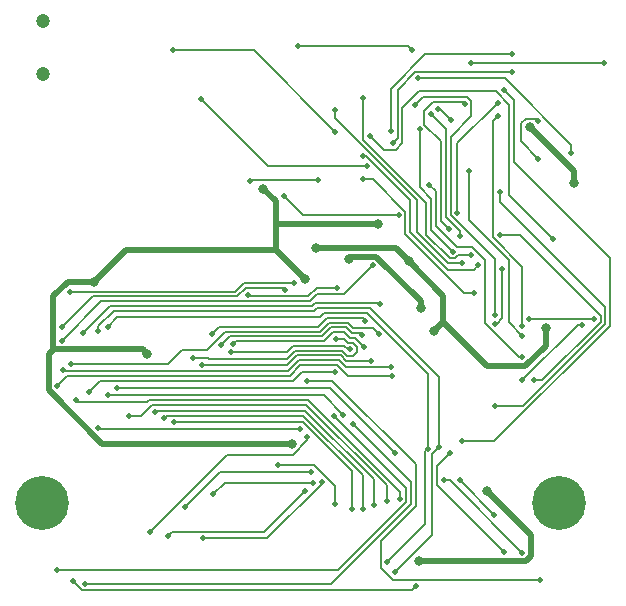
<source format=gbr>
%TF.GenerationSoftware,KiCad,Pcbnew,(6.0.2)*%
%TF.CreationDate,2022-09-24T00:31:47-05:00*%
%TF.ProjectId,REF1790,52454631-3739-4302-9e6b-696361645f70,rev?*%
%TF.SameCoordinates,Original*%
%TF.FileFunction,Copper,L2,Bot*%
%TF.FilePolarity,Positive*%
%FSLAX46Y46*%
G04 Gerber Fmt 4.6, Leading zero omitted, Abs format (unit mm)*
G04 Created by KiCad (PCBNEW (6.0.2)) date 2022-09-24 00:31:47*
%MOMM*%
%LPD*%
G01*
G04 APERTURE LIST*
%TA.AperFunction,ComponentPad*%
%ADD10C,1.200000*%
%TD*%
%TA.AperFunction,ComponentPad*%
%ADD11C,4.560000*%
%TD*%
%TA.AperFunction,ViaPad*%
%ADD12C,0.500000*%
%TD*%
%TA.AperFunction,ViaPad*%
%ADD13C,0.800000*%
%TD*%
%TA.AperFunction,Conductor*%
%ADD14C,0.200000*%
%TD*%
%TA.AperFunction,Conductor*%
%ADD15C,0.500000*%
%TD*%
G04 APERTURE END LIST*
D10*
%TO.P,USB1,10*%
%TO.N,N/C*%
X131855000Y-72883000D03*
%TO.P,USB1,11*%
X131855000Y-68476000D03*
%TD*%
D11*
%TO.P,Hole1,1*%
%TO.N,N/C*%
X175545000Y-109211000D03*
%TD*%
%TO.P,Hole,1*%
%TO.N,N/C*%
X131795000Y-109211000D03*
%TD*%
D12*
%TO.N,/A21*%
X167181800Y-107331200D03*
X170109400Y-110258800D03*
%TO.N,/A22*%
X166360000Y-104998100D03*
X170954000Y-113384600D03*
%TO.N,/A23*%
X165860000Y-107340600D03*
X172473000Y-113466100D03*
%TO.N,/CS.SRAM*%
X154254200Y-98885200D03*
X173962000Y-115746300D03*
%TO.N,/Write*%
X156567100Y-101898500D03*
X133112600Y-114959500D03*
%TO.N,/Read*%
X158116600Y-102577400D03*
X135464800Y-116094600D03*
%TO.N,/A17*%
X134410800Y-115824600D03*
X163462000Y-116296600D03*
%TO.N,/A16*%
X162092400Y-108907200D03*
X134723400Y-100562400D03*
%TO.N,/SRAM.A15*%
X152378100Y-91198700D03*
X133528600Y-94325300D03*
%TO.N,/SRAM.OE*%
X153115900Y-90648600D03*
X134173000Y-91348800D03*
%TO.N,/AD15*%
X165419700Y-104507800D03*
X161664400Y-115130000D03*
X136573000Y-94693300D03*
%TO.N,/AD14*%
X164485900Y-104647800D03*
X161038900Y-114214600D03*
X137373000Y-94309000D03*
%TO.N,/AD13*%
X161723800Y-105006500D03*
X138173000Y-99485300D03*
%TO.N,/AD12*%
X160992100Y-109064400D03*
X139143700Y-101881200D03*
%TO.N,/AD11*%
X159897200Y-109394200D03*
X141414200Y-101500800D03*
%TO.N,/AD10*%
X158987700Y-109737900D03*
X142173000Y-102007500D03*
%TO.N,/AD9*%
X158058500Y-109727800D03*
X142973000Y-102405400D03*
%TO.N,/AD8*%
X151795800Y-106050500D03*
X156645300Y-109327700D03*
%TO.N,/SRAM.A10*%
X156751300Y-91024200D03*
X149279000Y-91598800D03*
%TO.N,/SRAM.A9*%
X147994700Y-95786600D03*
X159059100Y-96004400D03*
%TO.N,/SRAM.A8*%
X157902600Y-96208700D03*
X147773000Y-96486900D03*
%TO.N,/SRAM.A7*%
X158938500Y-94996200D03*
X146973000Y-95860800D03*
%TO.N,/SRAM.A6*%
X159179500Y-93796800D03*
X146173000Y-94974500D03*
%TO.N,/SRAM.A5*%
X159695100Y-97187500D03*
X145373000Y-97557100D03*
%TO.N,/SRAM.WE*%
X156664200Y-95325300D03*
X144573000Y-97007000D03*
%TO.N,/AD6*%
X146314500Y-108521000D03*
X154726400Y-107556400D03*
%TO.N,/AD5*%
X155491200Y-107503100D03*
X145473000Y-112243100D03*
%TO.N,/AD4*%
X154601000Y-106600700D03*
X143954000Y-109554600D03*
%TO.N,/AD3*%
X154046100Y-108236700D03*
X142455000Y-112058800D03*
%TO.N,/AD2*%
X154254600Y-103675800D03*
X140961000Y-111705500D03*
%TO.N,/AD1*%
X157322600Y-101775400D03*
X137373000Y-100137700D03*
%TO.N,/AD0*%
X136573000Y-102895300D03*
X153677200Y-102968400D03*
%TO.N,/CS.ROM*%
X156574000Y-98154700D03*
X135802900Y-99810700D03*
%TO.N,/SRAM.A4*%
X160415100Y-92374600D03*
X135252700Y-94830700D03*
%TO.N,/SRAM.A3*%
X160301600Y-94919800D03*
X134300200Y-97457700D03*
%TO.N,/SRAM.A2*%
X161360000Y-97752700D03*
X133604300Y-97996400D03*
%TO.N,/SRAM.A1*%
X159860000Y-89126000D03*
X133478900Y-95499700D03*
%TO.N,/SRAM.A0*%
X161424900Y-98471500D03*
X133102200Y-99322100D03*
%TO.N,/P0.20*%
X166573000Y-87978300D03*
X163783800Y-77602600D03*
%TO.N,/P0.19*%
X167216300Y-86631900D03*
X164756600Y-76318900D03*
%TO.N,/P0.18*%
X166455100Y-76806100D03*
X165364400Y-75896600D03*
%TO.N,/P1.20*%
X168164900Y-71952100D03*
X179392600Y-71952100D03*
X178556800Y-93630700D03*
X173046100Y-93630700D03*
%TO.N,/P0.17*%
X167360000Y-104030000D03*
X170922300Y-74265800D03*
%TO.N,/P0.16*%
X166236700Y-86055500D03*
X167608700Y-75452400D03*
%TO.N,/P0.15*%
X170404200Y-75382100D03*
X166978600Y-84675500D03*
%TO.N,/P1.21*%
X170393800Y-76470100D03*
X172474500Y-94254000D03*
%TO.N,/P1.22*%
X172467700Y-95065500D03*
X167958000Y-81163500D03*
%TO.N,/P1.23*%
X170157400Y-94057600D03*
X170792500Y-89403400D03*
%TO.N,/P0.9*%
X170141300Y-101075400D03*
X170576000Y-82913300D03*
%TO.N,/P0.8*%
X173436300Y-98824300D03*
X170554100Y-86537500D03*
%TO.N,/P0.4*%
X172464900Y-96907400D03*
X164605200Y-82300500D03*
%TO.N,/P0.1*%
X171640800Y-71272000D03*
X161359200Y-77740500D03*
%TO.N,/P0.0*%
X161487100Y-78783600D03*
X171614900Y-72739800D03*
%TO.N,/P1.16*%
X168360000Y-91434400D03*
X159016700Y-81811200D03*
%TO.N,/P1.17*%
X168727200Y-89112600D03*
X159025400Y-79857100D03*
%TO.N,/P1.18*%
X175075700Y-86894300D03*
X159576200Y-78134900D03*
%TO.N,/P1.19*%
X170142300Y-93306900D03*
X163380500Y-75538400D03*
%TO.N,/P0.22*%
X168123500Y-88268500D03*
X159023900Y-74953800D03*
%TO.N,/P0.21*%
X167376100Y-88928500D03*
X156616100Y-75997000D03*
%TO.N,/2142.Reset*%
X163671300Y-73302300D03*
X176601500Y-79583500D03*
X172469700Y-98864000D03*
X177564200Y-94186000D03*
%TO.N,/P0.14*%
X173793300Y-76892500D03*
X173843100Y-80091300D03*
%TO.N,/P1.26*%
X162008200Y-84841000D03*
X152332000Y-83282300D03*
%TO.N,/P0.31*%
X155136000Y-81891500D03*
X149398000Y-82022200D03*
%TO.N,/P0.23*%
X163150600Y-70916100D03*
X153482000Y-70544700D03*
D13*
%TO.N,/VCC.Internal*%
X155010500Y-87694700D03*
X162860000Y-88785400D03*
X174455000Y-94443600D03*
X164989100Y-94710700D03*
%TO.N,/VCC*%
X163735000Y-114180000D03*
X169460200Y-108203300D03*
X157807800Y-88601900D03*
X163889000Y-92696800D03*
D12*
%TO.N,/2142.D+*%
X159312500Y-80709900D03*
X145242000Y-75002500D03*
%TO.N,/2142.D-*%
X156631400Y-77810100D03*
X142874200Y-70925900D03*
D13*
%TO.N,/GND*%
X176864000Y-82142400D03*
X173093200Y-77394900D03*
X154109500Y-90298500D03*
X140702100Y-96601500D03*
X152941700Y-104235000D03*
X136188900Y-90532800D03*
X150548000Y-82645500D03*
X160263000Y-85648800D03*
%TD*%
D14*
%TO.N,/A21*%
X170109400Y-110258800D02*
X167181800Y-107331200D01*
%TO.N,/A22*%
X165260000Y-106098100D02*
X166360000Y-104998100D01*
X165260000Y-107690600D02*
X165260000Y-106098100D01*
X170954000Y-113384600D02*
X165260000Y-107690600D01*
%TO.N,/A23*%
X166347500Y-107340600D02*
X172473000Y-113466100D01*
X165860000Y-107340600D02*
X166347500Y-107340600D01*
%TO.N,/CS.SRAM*%
X156380700Y-98885200D02*
X154254200Y-98885200D01*
X163474800Y-105979300D02*
X156380700Y-98885200D01*
X163474800Y-109496700D02*
X163474800Y-105979300D01*
X160482300Y-112489200D02*
X163474800Y-109496700D01*
X160482300Y-114736000D02*
X160482300Y-112489200D01*
X161492600Y-115746300D02*
X160482300Y-114736000D01*
X173962000Y-115746300D02*
X161492600Y-115746300D01*
%TO.N,/Write*%
X156831400Y-114959500D02*
X133112600Y-114959500D01*
X162642500Y-109148400D02*
X156831400Y-114959500D01*
X162642500Y-107973900D02*
X162642500Y-109148400D01*
X156567100Y-101898500D02*
X162642500Y-107973900D01*
%TO.N,/Read*%
X156311000Y-116094600D02*
X135464800Y-116094600D01*
X163042600Y-109363000D02*
X156311000Y-116094600D01*
X163042600Y-107503400D02*
X163042600Y-109363000D01*
X158116600Y-102577400D02*
X163042600Y-107503400D01*
%TO.N,/A17*%
X163113900Y-116644700D02*
X163462000Y-116296600D01*
X135230900Y-116644700D02*
X163113900Y-116644700D01*
X134410800Y-115824600D02*
X135230900Y-116644700D01*
%TO.N,/A16*%
X134848800Y-100687800D02*
X134723400Y-100562400D01*
X140707100Y-100687800D02*
X134848800Y-100687800D01*
X140857100Y-100537800D02*
X140707100Y-100687800D01*
X154332500Y-100537800D02*
X140857100Y-100537800D01*
X162092400Y-108297700D02*
X154332500Y-100537800D01*
X162092400Y-108907200D02*
X162092400Y-108297700D01*
%TO.N,/SRAM.A15*%
X136105000Y-91748900D02*
X133528600Y-94325300D01*
X148351100Y-91748900D02*
X136105000Y-91748900D01*
X149051300Y-91048700D02*
X148351100Y-91748900D01*
X152228100Y-91048700D02*
X149051300Y-91048700D01*
X152378100Y-91198700D02*
X152228100Y-91048700D01*
%TO.N,/SRAM.OE*%
X148185400Y-91348800D02*
X134173000Y-91348800D01*
X148885600Y-90648600D02*
X148185400Y-91348800D01*
X153115900Y-90648600D02*
X148885600Y-90648600D01*
%TO.N,/AD15*%
X136573100Y-94693300D02*
X136573000Y-94693300D01*
X136573100Y-94293000D02*
X136573100Y-94693300D01*
X137916900Y-92949200D02*
X136573100Y-94293000D01*
X154867600Y-92949200D02*
X137916900Y-92949200D01*
X155083100Y-92733700D02*
X154867600Y-92949200D01*
X159597700Y-92733700D02*
X155083100Y-92733700D01*
X165419700Y-98555700D02*
X159597700Y-92733700D01*
X165419700Y-104507800D02*
X165419700Y-98555700D01*
X164859900Y-111934500D02*
X161664400Y-115130000D01*
X164859900Y-105067600D02*
X164859900Y-111934500D01*
X165419700Y-104507800D02*
X164859900Y-105067600D01*
%TO.N,/AD14*%
X164485900Y-98286200D02*
X164485900Y-104647800D01*
X159364500Y-93164800D02*
X164485900Y-98286200D01*
X155700900Y-93164800D02*
X159364500Y-93164800D01*
X155350600Y-93515100D02*
X155700900Y-93164800D01*
X138166900Y-93515100D02*
X155350600Y-93515100D01*
X137373000Y-94309000D02*
X138166900Y-93515100D01*
X164259900Y-110993600D02*
X161038900Y-114214600D01*
X164259900Y-104873800D02*
X164259900Y-110993600D01*
X164485900Y-104647800D02*
X164259900Y-104873800D01*
%TO.N,/AD13*%
X156202600Y-99485300D02*
X161723800Y-105006500D01*
X138173000Y-99485300D02*
X156202600Y-99485300D01*
%TO.N,/AD12*%
X160992100Y-107763200D02*
X160992100Y-109064400D01*
X154166800Y-100937900D02*
X160992100Y-107763200D01*
X141123000Y-100937900D02*
X154166800Y-100937900D01*
X140179700Y-101881200D02*
X141123000Y-100937900D01*
X139143700Y-101881200D02*
X140179700Y-101881200D01*
%TO.N,/AD11*%
X159897200Y-107234100D02*
X159897200Y-109394200D01*
X154101200Y-101438100D02*
X159897200Y-107234100D01*
X141476900Y-101438100D02*
X154101200Y-101438100D01*
X141414200Y-101500800D02*
X141476900Y-101438100D01*
%TO.N,/AD10*%
X158987700Y-106890500D02*
X158987700Y-109737900D01*
X153935400Y-101838200D02*
X158987700Y-106890500D01*
X142342300Y-101838200D02*
X153935400Y-101838200D01*
X142173000Y-102007500D02*
X142342300Y-101838200D01*
%TO.N,/AD9*%
X158058500Y-106527100D02*
X158058500Y-109727800D01*
X153936800Y-102405400D02*
X158058500Y-106527100D01*
X142973000Y-102405400D02*
X153936800Y-102405400D01*
%TO.N,/AD8*%
X154854300Y-106050500D02*
X151795800Y-106050500D01*
X156645300Y-107841500D02*
X154854300Y-106050500D01*
X156645300Y-109327700D02*
X156645300Y-107841500D01*
%TO.N,/SRAM.A10*%
X149429100Y-91748900D02*
X149279000Y-91598800D01*
X154370500Y-91748900D02*
X149429100Y-91748900D01*
X155095200Y-91024200D02*
X154370500Y-91748900D01*
X156751300Y-91024200D02*
X155095200Y-91024200D01*
%TO.N,/SRAM.A9*%
X158291100Y-95236400D02*
X159059100Y-96004400D01*
X157847000Y-95236400D02*
X158291100Y-95236400D01*
X157385800Y-94775200D02*
X157847000Y-95236400D01*
X156436400Y-94775200D02*
X157385800Y-94775200D01*
X155675000Y-95536600D02*
X156436400Y-94775200D01*
X148244700Y-95536600D02*
X155675000Y-95536600D01*
X147994700Y-95786600D02*
X148244700Y-95536600D01*
%TO.N,/SRAM.A8*%
X152526500Y-96486900D02*
X147773000Y-96486900D01*
X153076700Y-95936700D02*
X152526500Y-96486900D01*
X157415700Y-95936700D02*
X153076700Y-95936700D01*
X157687700Y-96208700D02*
X157415700Y-95936700D01*
X157902600Y-96208700D02*
X157687700Y-96208700D01*
%TO.N,/SRAM.A7*%
X147697300Y-95136500D02*
X146973000Y-95860800D01*
X155509400Y-95136500D02*
X147697300Y-95136500D01*
X156270800Y-94375100D02*
X155509400Y-95136500D01*
X157551500Y-94375100D02*
X156270800Y-94375100D01*
X158012700Y-94836300D02*
X157551500Y-94375100D01*
X158778600Y-94836300D02*
X158012700Y-94836300D01*
X158938500Y-94996200D02*
X158778600Y-94836300D01*
%TO.N,/SRAM.A6*%
X146832100Y-94315400D02*
X146173000Y-94974500D01*
X155198800Y-94315400D02*
X146832100Y-94315400D01*
X155939300Y-93574900D02*
X155198800Y-94315400D01*
X158957600Y-93574900D02*
X155939300Y-93574900D01*
X159179500Y-93796800D02*
X158957600Y-93574900D01*
%TO.N,/SRAM.A5*%
X157534900Y-97187500D02*
X159695100Y-97187500D01*
X157084300Y-96736900D02*
X157534900Y-97187500D01*
X153408100Y-96736900D02*
X157084300Y-96736900D01*
X152587900Y-97557100D02*
X153408100Y-96736900D01*
X145373000Y-97557100D02*
X152587900Y-97557100D01*
%TO.N,/SRAM.WE*%
X145911500Y-97007000D02*
X144573000Y-97007000D01*
X145966900Y-97062400D02*
X145911500Y-97007000D01*
X152516800Y-97062400D02*
X145966900Y-97062400D01*
X153242400Y-96336800D02*
X152516800Y-97062400D01*
X157250000Y-96336800D02*
X153242400Y-96336800D01*
X157672100Y-96758900D02*
X157250000Y-96336800D01*
X158169800Y-96758900D02*
X157672100Y-96758900D01*
X158506600Y-96422100D02*
X158169800Y-96758900D01*
X158506600Y-96017900D02*
X158506600Y-96422100D01*
X158147300Y-95658600D02*
X158506600Y-96017900D01*
X157703400Y-95658600D02*
X158147300Y-95658600D01*
X157370100Y-95325300D02*
X157703400Y-95658600D01*
X156664200Y-95325300D02*
X157370100Y-95325300D01*
%TO.N,/AD6*%
X147279100Y-107556400D02*
X154726400Y-107556400D01*
X146314500Y-108521000D02*
X147279100Y-107556400D01*
%TO.N,/AD5*%
X155491200Y-107605500D02*
X155491200Y-107503100D01*
X150853600Y-112243100D02*
X155491200Y-107605500D01*
X145473000Y-112243100D02*
X150853600Y-112243100D01*
%TO.N,/AD4*%
X146907900Y-106600700D02*
X154601000Y-106600700D01*
X143954000Y-109554600D02*
X146907900Y-106600700D01*
%TO.N,/AD3*%
X150603300Y-111679500D02*
X154046100Y-108236700D01*
X142834300Y-111679500D02*
X150603300Y-111679500D01*
X142455000Y-112058800D02*
X142834300Y-111679500D01*
%TO.N,/AD2*%
X154254600Y-103943700D02*
X154254600Y-103675800D01*
X153037100Y-105161200D02*
X154254600Y-103943700D01*
X147505300Y-105161200D02*
X153037100Y-105161200D01*
X140961000Y-111705500D02*
X147505300Y-105161200D01*
%TO.N,/AD1*%
X155684900Y-100137700D02*
X157322600Y-101775400D01*
X137373000Y-100137700D02*
X155684900Y-100137700D01*
%TO.N,/AD0*%
X136646100Y-102968400D02*
X153677200Y-102968400D01*
X136573000Y-102895300D02*
X136646100Y-102968400D01*
%TO.N,/CS.ROM*%
X153787900Y-98154700D02*
X156574000Y-98154700D01*
X153035100Y-98907500D02*
X153787900Y-98154700D01*
X136706100Y-98907500D02*
X153035100Y-98907500D01*
X135802900Y-99810700D02*
X136706100Y-98907500D01*
%TO.N,/SRAM.A4*%
X137534300Y-92549100D02*
X135252700Y-94830700D01*
X154701900Y-92549100D02*
X137534300Y-92549100D01*
X154926400Y-92324600D02*
X154701900Y-92549100D01*
X160365100Y-92324600D02*
X154926400Y-92324600D01*
X160415100Y-92374600D02*
X160365100Y-92324600D01*
%TO.N,/SRAM.A3*%
X159818000Y-94436200D02*
X160301600Y-94919800D01*
X158178400Y-94436200D02*
X159818000Y-94436200D01*
X157717200Y-93975000D02*
X158178400Y-94436200D01*
X156105000Y-93975000D02*
X157717200Y-93975000D01*
X155343600Y-94736400D02*
X156105000Y-93975000D01*
X147319600Y-94736400D02*
X155343600Y-94736400D01*
X145754300Y-96301700D02*
X147319600Y-94736400D01*
X143638000Y-96301700D02*
X145754300Y-96301700D01*
X142482000Y-97457700D02*
X143638000Y-96301700D01*
X134300200Y-97457700D02*
X142482000Y-97457700D01*
%TO.N,/SRAM.A2*%
X157534300Y-97752700D02*
X161360000Y-97752700D01*
X156918600Y-97137000D02*
X157534300Y-97752700D01*
X153573800Y-97137000D02*
X156918600Y-97137000D01*
X152603600Y-98107200D02*
X153573800Y-97137000D01*
X133715100Y-98107200D02*
X152603600Y-98107200D01*
X133604300Y-97996400D02*
X133715100Y-98107200D01*
%TO.N,/SRAM.A1*%
X136829600Y-92149000D02*
X133478900Y-95499700D01*
X154536200Y-92149000D02*
X136829600Y-92149000D01*
X155110800Y-91574400D02*
X154536200Y-92149000D01*
X157411600Y-91574400D02*
X155110800Y-91574400D01*
X159860000Y-89126000D02*
X157411600Y-91574400D01*
%TO.N,/SRAM.A0*%
X157687300Y-98471500D02*
X161424900Y-98471500D01*
X156811300Y-97595500D02*
X157687300Y-98471500D01*
X153681100Y-97595500D02*
X156811300Y-97595500D01*
X152769300Y-98507300D02*
X153681100Y-97595500D01*
X133917000Y-98507300D02*
X152769300Y-98507300D01*
X133102200Y-99322100D02*
X133917000Y-98507300D01*
%TO.N,/P0.20*%
X163783800Y-82523700D02*
X163783800Y-77602600D01*
X164759100Y-83499000D02*
X163783800Y-82523700D01*
X164759100Y-86164400D02*
X164759100Y-83499000D01*
X166573000Y-87978300D02*
X164759100Y-86164400D01*
%TO.N,/P0.19*%
X167216300Y-86257100D02*
X167216300Y-86631900D01*
X166002000Y-85042800D02*
X167216300Y-86257100D01*
X166002000Y-77564300D02*
X166002000Y-85042800D01*
X164756600Y-76318900D02*
X166002000Y-77564300D01*
%TO.N,/P0.18*%
X165545600Y-75896600D02*
X165364400Y-75896600D01*
X166455100Y-76806100D02*
X165545600Y-75896600D01*
%TO.N,/P1.20*%
X179392600Y-71952100D02*
X168164900Y-71952100D01*
X173046100Y-93630700D02*
X178556800Y-93630700D01*
%TO.N,/P0.17*%
X171786000Y-75129500D02*
X170922300Y-74265800D01*
X171786000Y-80393600D02*
X171786000Y-75129500D01*
X179908200Y-88515800D02*
X171786000Y-80393600D01*
X179908200Y-94223400D02*
X179908200Y-88515800D01*
X170101600Y-104030000D02*
X179908200Y-94223400D01*
X167360000Y-104030000D02*
X170101600Y-104030000D01*
%TO.N,/P0.16*%
X167493600Y-75337300D02*
X167608700Y-75452400D01*
X164901000Y-75337300D02*
X167493600Y-75337300D01*
X164192900Y-76045400D02*
X164901000Y-75337300D01*
X164192900Y-77233700D02*
X164192900Y-76045400D01*
X165559300Y-78600100D02*
X164192900Y-77233700D01*
X165559300Y-85378100D02*
X165559300Y-78600100D01*
X166236700Y-86055500D02*
X165559300Y-85378100D01*
%TO.N,/P0.15*%
X166978600Y-78807700D02*
X166978600Y-84675500D01*
X170404200Y-75382100D02*
X166978600Y-78807700D01*
%TO.N,/P1.21*%
X172474500Y-89235800D02*
X172474500Y-94254000D01*
X169979400Y-86740700D02*
X172474500Y-89235800D01*
X169979400Y-76884500D02*
X169979400Y-86740700D01*
X170393800Y-76470100D02*
X169979400Y-76884500D01*
%TO.N,/P1.22*%
X171363700Y-93961500D02*
X172467700Y-95065500D01*
X171363700Y-88690800D02*
X171363700Y-93961500D01*
X167958000Y-85285100D02*
X171363700Y-88690800D01*
X167958000Y-81163500D02*
X167958000Y-85285100D01*
%TO.N,/P1.23*%
X170792500Y-93561600D02*
X170792500Y-89403400D01*
X170296500Y-94057600D02*
X170792500Y-93561600D01*
X170157400Y-94057600D02*
X170296500Y-94057600D01*
%TO.N,/P0.9*%
X170576000Y-83719400D02*
X170576000Y-82913300D01*
X179508100Y-92651500D02*
X170576000Y-83719400D01*
X179508100Y-94057700D02*
X179508100Y-92651500D01*
X172490400Y-101075400D02*
X179508100Y-94057700D01*
X170141300Y-101075400D02*
X172490400Y-101075400D01*
%TO.N,/P0.8*%
X172262600Y-86537500D02*
X170554100Y-86537500D01*
X179108000Y-93382900D02*
X172262600Y-86537500D01*
X179108000Y-93892000D02*
X179108000Y-93382900D01*
X174175700Y-98824300D02*
X179108000Y-93892000D01*
X173436300Y-98824300D02*
X174175700Y-98824300D01*
%TO.N,/P0.4*%
X165159200Y-82854500D02*
X164605200Y-82300500D01*
X165159200Y-85756100D02*
X165159200Y-82854500D01*
X166955800Y-87552700D02*
X165159200Y-85756100D01*
X168185700Y-87552700D02*
X166955800Y-87552700D01*
X169277300Y-88644300D02*
X168185700Y-87552700D01*
X169277300Y-93999200D02*
X169277300Y-88644300D01*
X172185500Y-96907400D02*
X169277300Y-93999200D01*
X172464900Y-96907400D02*
X172185500Y-96907400D01*
%TO.N,/P0.1*%
X161359200Y-74169700D02*
X161359200Y-77740500D01*
X164256900Y-71272000D02*
X161359200Y-74169700D01*
X171640800Y-71272000D02*
X164256900Y-71272000D01*
%TO.N,/P0.0*%
X161909300Y-78361400D02*
X161487100Y-78783600D01*
X161909300Y-74242500D02*
X161909300Y-78361400D01*
X163412000Y-72739800D02*
X161909300Y-74242500D01*
X171614900Y-72739800D02*
X163412000Y-72739800D01*
%TO.N,/P1.16*%
X167553800Y-91434400D02*
X168360000Y-91434400D01*
X162558300Y-86438900D02*
X167553800Y-91434400D01*
X162558300Y-84573700D02*
X162558300Y-86438900D01*
X159795800Y-81811200D02*
X162558300Y-84573700D01*
X159016700Y-81811200D02*
X159795800Y-81811200D01*
%TO.N,/P1.17*%
X168361100Y-89478700D02*
X168727200Y-89112600D01*
X166163900Y-89478700D02*
X168361100Y-89478700D01*
X162958500Y-86273300D02*
X166163900Y-89478700D01*
X162958500Y-83577900D02*
X162958500Y-86273300D01*
X159237700Y-79857100D02*
X162958500Y-83577900D01*
X159025400Y-79857100D02*
X159237700Y-79857100D01*
%TO.N,/P1.18*%
X160790300Y-79349000D02*
X159576200Y-78134900D01*
X161747400Y-79349000D02*
X160790300Y-79349000D01*
X162309600Y-78786800D02*
X161747400Y-79349000D01*
X162309600Y-75807100D02*
X162309600Y-78786800D01*
X163723600Y-74393100D02*
X162309600Y-75807100D01*
X170235100Y-74393100D02*
X163723600Y-74393100D01*
X171385900Y-75543900D02*
X170235100Y-74393100D01*
X171385900Y-83204500D02*
X171385900Y-75543900D01*
X175075700Y-86894300D02*
X171385900Y-83204500D01*
%TO.N,/P1.19*%
X170142300Y-88617400D02*
X170142300Y-93306900D01*
X166402100Y-84877200D02*
X170142300Y-88617400D01*
X166402100Y-78252500D02*
X166402100Y-84877200D01*
X168163500Y-76491100D02*
X166402100Y-78252500D01*
X168163500Y-75229000D02*
X168163500Y-76491100D01*
X167782600Y-74848100D02*
X168163500Y-75229000D01*
X164070800Y-74848100D02*
X167782600Y-74848100D01*
X163380500Y-75538400D02*
X164070800Y-74848100D01*
%TO.N,/P0.22*%
X167060800Y-88268500D02*
X168123500Y-88268500D01*
X166800900Y-88528400D02*
X167060800Y-88268500D01*
X166345200Y-88528400D02*
X166800900Y-88528400D01*
X164359000Y-86542200D02*
X166345200Y-88528400D01*
X164359000Y-83846700D02*
X164359000Y-86542200D01*
X159023900Y-78511600D02*
X164359000Y-83846700D01*
X159023900Y-74953800D02*
X159023900Y-78511600D01*
%TO.N,/P0.21*%
X166179500Y-88928500D02*
X167376100Y-88928500D01*
X163558800Y-86307800D02*
X166179500Y-88928500D01*
X163558800Y-83612400D02*
X163558800Y-86307800D01*
X156616100Y-76669700D02*
X163558800Y-83612400D01*
X156616100Y-75997000D02*
X156616100Y-76669700D01*
%TO.N,/2142.Reset*%
X170981100Y-73302300D02*
X163671300Y-73302300D01*
X176601500Y-78922700D02*
X170981100Y-73302300D01*
X176601500Y-79583500D02*
X176601500Y-78922700D01*
X177147700Y-94186000D02*
X172469700Y-98864000D01*
X177564200Y-94186000D02*
X177147700Y-94186000D01*
%TO.N,/P0.14*%
X173595600Y-76694800D02*
X173793300Y-76892500D01*
X172752100Y-76694800D02*
X173595600Y-76694800D01*
X172389800Y-77057100D02*
X172752100Y-76694800D01*
X172389800Y-78638000D02*
X172389800Y-77057100D01*
X173843100Y-80091300D02*
X172389800Y-78638000D01*
%TO.N,/P1.26*%
X153890700Y-84841000D02*
X152332000Y-83282300D01*
X162008200Y-84841000D02*
X153890700Y-84841000D01*
%TO.N,/P0.31*%
X149528700Y-81891500D02*
X155136000Y-81891500D01*
X149398000Y-82022200D02*
X149528700Y-81891500D01*
%TO.N,/P0.23*%
X162779200Y-70544700D02*
X163150600Y-70916100D01*
X153482000Y-70544700D02*
X162779200Y-70544700D01*
D15*
%TO.N,/VCC.Internal*%
X161769300Y-87694700D02*
X155010500Y-87694700D01*
X162860000Y-88785400D02*
X161769300Y-87694700D01*
X165783500Y-91708900D02*
X165783500Y-93916300D01*
X162860000Y-88785400D02*
X165783500Y-91708900D01*
X165783500Y-93916300D02*
X164989100Y-94710700D01*
X169509000Y-97641800D02*
X165783500Y-93916300D01*
X172736200Y-97641800D02*
X169509000Y-97641800D01*
X174455000Y-95923000D02*
X172736200Y-97641800D01*
X174455000Y-94443600D02*
X174455000Y-95923000D01*
%TO.N,/VCC*%
X172769600Y-114180000D02*
X163735000Y-114180000D01*
X173181000Y-113768600D02*
X172769600Y-114180000D01*
X173181000Y-111924100D02*
X173181000Y-113768600D01*
X169460200Y-108203300D02*
X173181000Y-111924100D01*
X158008800Y-88400900D02*
X157807800Y-88601900D01*
X160127500Y-88400900D02*
X158008800Y-88400900D01*
X163889000Y-92162400D02*
X160127500Y-88400900D01*
X163889000Y-92696800D02*
X163889000Y-92162400D01*
D14*
%TO.N,/2142.D+*%
X150949400Y-80709900D02*
X159312500Y-80709900D01*
X145242000Y-75002500D02*
X150949400Y-80709900D01*
%TO.N,/2142.D-*%
X149747200Y-70925900D02*
X156631400Y-77810100D01*
X142874200Y-70925900D02*
X149747200Y-70925900D01*
D15*
%TO.N,/GND*%
X151612500Y-87801500D02*
X154109500Y-90298500D01*
X138920200Y-87801500D02*
X136188900Y-90532800D01*
X151612500Y-87801500D02*
X138920200Y-87801500D01*
X151612500Y-85648800D02*
X160263000Y-85648800D01*
X151612500Y-87801500D02*
X151612500Y-85648800D01*
X151612500Y-83710000D02*
X150548000Y-82645500D01*
X151612500Y-85648800D02*
X151612500Y-83710000D01*
X132778800Y-96173000D02*
X132825800Y-96220000D01*
X132778800Y-91732200D02*
X132778800Y-96173000D01*
X133978200Y-90532800D02*
X132778800Y-91732200D01*
X136188900Y-90532800D02*
X133978200Y-90532800D01*
X140320600Y-96220000D02*
X132825800Y-96220000D01*
X140702100Y-96601500D02*
X140320600Y-96220000D01*
X136918600Y-104235000D02*
X152941700Y-104235000D01*
X132402100Y-99718500D02*
X136918600Y-104235000D01*
X132402100Y-96643700D02*
X132402100Y-99718500D01*
X132825800Y-96220000D02*
X132402100Y-96643700D01*
X176864000Y-81165700D02*
X173093200Y-77394900D01*
X176864000Y-82142400D02*
X176864000Y-81165700D01*
%TD*%
M02*

</source>
